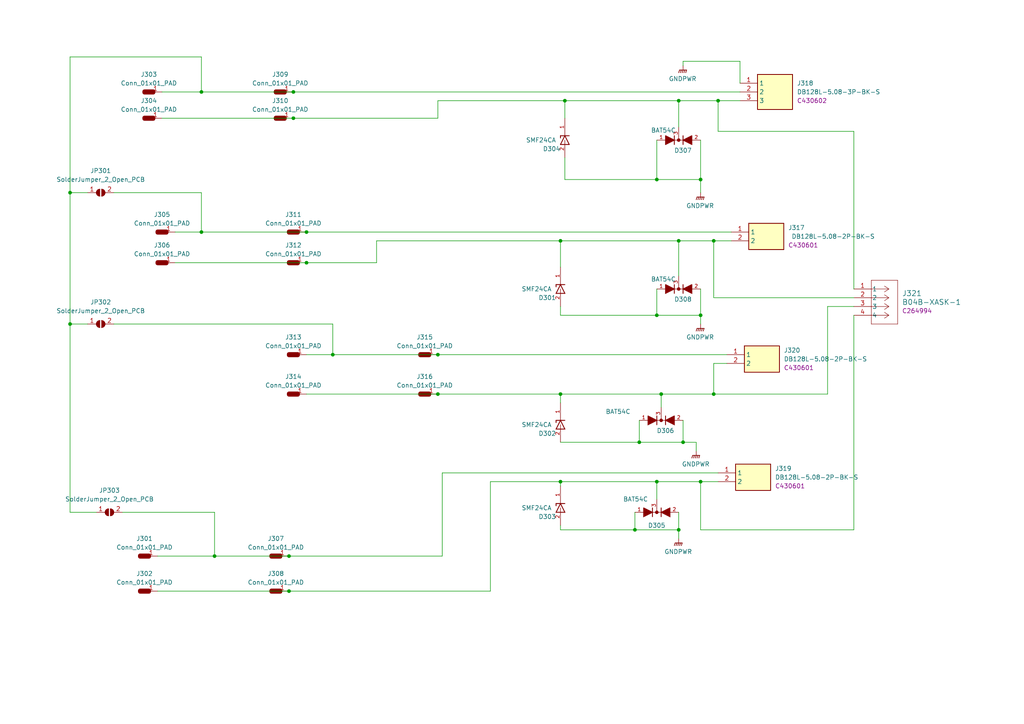
<source format=kicad_sch>
(kicad_sch (version 20230121) (generator eeschema)
  (paper "A4")
  (lib_symbols
    (symbol "PCB_Library:1729128"
      (property "Reference" "J" (at 16.51 7.62 0))
      (property "Value" "XY128V-A-5.08-2P" (at 16.51 5.08 0))
      (property "LCSC" "C557665" (at 8.89 6.35 0))
      (symbol "1729128_1_1"
        (rectangle (start 5.08 2.54) (end 15.24 -5.08) (stroke (width 0.254)) (fill (type background)))
        (pin passive line (at 0 0 0) (length 5.08) (name "1") (number "1"))
        (pin passive line (at 0 -2.54 0) (length 5.08) (name "2") (number "2"))
      )
    )
    (symbol "PCB_Library:B04B-XASK-1" (pin_names (offset 0.254))
      (property "Reference" "J" (at 8.89 6.35 0))
      (property "Value" "B04B-XASK-1" (at 2.54 10.16 0))
      (property "LCSC" "C264994" (at -5.08 3.81 0))
      (symbol "B04B-XASK-1_1_1"
        (polyline (pts (xy 5.08 -10.16) (xy 12.7 -10.16)) (stroke (width 0.127)))
        (polyline (pts (xy 5.08 2.54) (xy 5.08 -10.16)) (stroke (width 0.127)))
        (polyline (pts (xy 10.16 -7.62) (xy 5.08 -7.62)) (stroke (width 0.127)))
        (polyline (pts (xy 10.16 -7.62) (xy 8.89 -8.4667)) (stroke (width 0.127)))
        (polyline (pts (xy 10.16 -7.62) (xy 8.89 -6.7733)) (stroke (width 0.127)))
        (polyline (pts (xy 10.16 -5.08) (xy 5.08 -5.08)) (stroke (width 0.127)))
        (polyline (pts (xy 10.16 -5.08) (xy 8.89 -5.9267)) (stroke (width 0.127)))
        (polyline (pts (xy 10.16 -5.08) (xy 8.89 -4.2333)) (stroke (width 0.127)))
        (polyline (pts (xy 10.16 -2.54) (xy 5.08 -2.54)) (stroke (width 0.127)))
        (polyline (pts (xy 10.16 -2.54) (xy 8.89 -3.3867)) (stroke (width 0.127)))
        (polyline (pts (xy 10.16 -2.54) (xy 8.89 -1.6933)) (stroke (width 0.127)))
        (polyline (pts (xy 10.16 0) (xy 5.08 0)) (stroke (width 0.127)))
        (polyline (pts (xy 10.16 0) (xy 8.89 -0.8467)) (stroke (width 0.127)))
        (polyline (pts (xy 10.16 0) (xy 8.89 0.8467)) (stroke (width 0.127)))
        (polyline (pts (xy 12.7 -10.16) (xy 12.7 2.54)) (stroke (width 0.127)))
        (polyline (pts (xy 12.7 2.54) (xy 5.08 2.54)) (stroke (width 0.127)))
        (pin unspecified line (at 0 0 0) (length 5.08) (name "1") (number "1"))
        (pin unspecified line (at 0 -2.54 0) (length 5.08) (name "2") (number "2"))
        (pin unspecified line (at 0 -5.08 0) (length 5.08) (name "3") (number "3"))
        (pin unspecified line (at 0 -7.62 0) (length 5.08) (name "4") (number "4"))
      )
      (symbol "B04B-XASK-1_1_2"
        (polyline (pts (xy 5.08 -10.16) (xy 12.7 -10.16)) (stroke (width 0.127)))
        (polyline (pts (xy 5.08 2.54) (xy 5.08 -10.16)) (stroke (width 0.127)))
        (polyline (pts (xy 7.62 -7.62) (xy 5.08 -7.62)) (stroke (width 0.127)))
        (polyline (pts (xy 7.62 -7.62) (xy 8.89 -8.4667)) (stroke (width 0.127)))
        (polyline (pts (xy 7.62 -7.62) (xy 8.89 -6.7733)) (stroke (width 0.127)))
        (polyline (pts (xy 7.62 -5.08) (xy 5.08 -5.08)) (stroke (width 0.127)))
        (polyline (pts (xy 7.62 -5.08) (xy 8.89 -5.9267)) (stroke (width 0.127)))
        (polyline (pts (xy 7.62 -5.08) (xy 8.89 -4.2333)) (stroke (width 0.127)))
        (polyline (pts (xy 7.62 -2.54) (xy 5.08 -2.54)) (stroke (width 0.127)))
        (polyline (pts (xy 7.62 -2.54) (xy 8.89 -3.3867)) (stroke (width 0.127)))
        (polyline (pts (xy 7.62 -2.54) (xy 8.89 -1.6933)) (stroke (width 0.127)))
        (polyline (pts (xy 7.62 0) (xy 5.08 0)) (stroke (width 0.127)))
        (polyline (pts (xy 7.62 0) (xy 8.89 -0.8467)) (stroke (width 0.127)))
        (polyline (pts (xy 7.62 0) (xy 8.89 0.8467)) (stroke (width 0.127)))
        (polyline (pts (xy 12.7 -10.16) (xy 12.7 2.54)) (stroke (width 0.127)))
        (polyline (pts (xy 12.7 2.54) (xy 5.08 2.54)) (stroke (width 0.127)))
        (pin unspecified line (at 0 0 0) (length 5.08) (name "1") (number "1"))
        (pin unspecified line (at 0 -2.54 0) (length 5.08) (name "2") (number "2"))
        (pin unspecified line (at 0 -5.08 0) (length 5.08) (name "3") (number "3"))
        (pin unspecified line (at 0 -7.62 0) (length 5.08) (name "4") (number "4"))
      )
    )
    (symbol "PCB_Library:BAT54C" (pin_names (offset 1.016))
      (property "Reference" "D" (at 6.35 5.08 0))
      (property "Value" "BAT54C" (at 5.08 -5.08 0))
      (symbol "BAT54C_0_0"
        (polyline (pts (xy -1.27 -1.27) (xy 1.27 -1.27)) (stroke (width 0.254)))
        (polyline (pts (xy 0 1.27) (xy -1.27 1.27)) (stroke (width 0.254)))
        (polyline (pts (xy 0 1.27) (xy 0 -1.27)) (stroke (width 0.1524)))
        (polyline (pts (xy 1.27 1.27) (xy 0 1.27)) (stroke (width 0.254)))
        (polyline (pts (xy -1.27 -3.81) (xy 0 -1.27) (xy 1.27 -3.81) (xy -1.27 -3.81)) (stroke (width 0.254)) (fill (type outline)))
        (polyline (pts (xy -1.27 3.81) (xy 1.27 3.81) (xy 0 1.27) (xy -1.27 3.81)) (stroke (width 0.254)) (fill (type outline)))
        (circle (center 0 0) (radius 0.254) (stroke (width 0.508)))
        (pin passive line (at 0 6.35 270) (length 2.54) (name "~") (number "1"))
        (pin passive line (at 0 -6.35 90) (length 2.54) (name "~") (number "2"))
        (pin passive line (at 3.81 0 180) (length 3.54) (name "~") (number "3"))
      )
    )
    (symbol "PCB_Library:Conn_01x01_PAD" (pin_names (offset 1.016) hide)
      (property "Reference" "J" (at 0 2.54 0))
      (property "Value" "Conn_01x01_PAD" (at 1.27 -3.81 0))
      (symbol "Conn_01x01_PAD_1_1"
        (polyline (pts (xy 1.27 0) (xy 0.8636 0)) (stroke (width 0.1524)))
        (rectangle (start 0 0.127) (end 2.54 -0.127) (stroke (width 1.2192)) (fill (type outline)))
        (pin passive line (at 5.08 0 180) (length 3.81) (name "Pin_1") (number "1"))
      )
    )
    (symbol "PCB_Library:SMBJ24A" (pin_names (offset 1.016))
      (property "Reference" "D" (at -5.0835 2.4159 0))
      (property "Value" "SMBJ24A" (at -5.0854 -4.9611 0))
      (symbol "SMBJ24A_0_0"
        (polyline (pts (xy -1.27 -1.27) (xy -1.27 0)) (stroke (width 0.254)))
        (polyline (pts (xy -1.27 0) (xy -1.27 1.27)) (stroke (width 0.254)))
        (polyline (pts (xy -1.27 0) (xy 1.27 -1.27)) (stroke (width 0.254)))
        (polyline (pts (xy -0.635 -1.27) (xy -1.27 -1.27)) (stroke (width 0.254)))
        (polyline (pts (xy 1.27 -1.27) (xy 1.27 1.27)) (stroke (width 0.254)))
        (polyline (pts (xy 1.27 1.27) (xy -1.27 0)) (stroke (width 0.254)))
      )
      (symbol "SMBJ24A_1_0"
        (pin passive line (at -6.35 0 0) (length 5.08) (name "~") (number "1"))
        (pin passive line (at 5.08 0 180) (length 5.08) (name "~") (number "2"))
      )
    )
    (symbol "PCB_Library:SolderJumper_2_Open" (pin_names (offset 0) hide)
      (property "Reference" "JP" (at 0 2.032 0))
      (property "Value" "SolderJumper_2_Open_PCB" (at 0 -2.54 0))
      (symbol "SolderJumper_2_Open_0_1"
        (arc (start -0.254 1.016) (mid -1.2656 0) (end -0.254 -1.016))
        (arc (start -0.254 1.016) (mid -1.2656 0) (end -0.254 -1.016) (fill (type outline)))
        (polyline (pts (xy -0.254 1.016) (xy -0.254 -1.016)))
        (polyline (pts (xy 0.254 1.016) (xy 0.254 -1.016)))
        (arc (start 0.254 -1.016) (mid 1.2656 0) (end 0.254 1.016))
        (arc (start 0.254 -1.016) (mid 1.2656 0) (end 0.254 1.016) (fill (type outline)))
      )
      (symbol "SolderJumper_2_Open_1_1"
        (pin passive line (at -3.81 0 0) (length 2.54) (name "A") (number "1"))
        (pin passive line (at 3.81 0 180) (length 2.54) (name "B") (number "2"))
      )
    )
    (symbol "PCB_Library:XY128V-A-5.08-3P"
      (property "Reference" "J" (at 16.51 7.62 0))
      (property "Value" "XY128V-A-5.08-3P" (at 16.51 5.08 0))
      (property "LCSC" "C557666" (at 8.89 6.35 0))
      (symbol "XY128V-A-5.08-3P_1_1"
        (rectangle (start 5.08 2.54) (end 15.24 -7.62) (stroke (width 0.254)) (fill (type background)))
        (pin passive line (at 0 0 0) (length 5.08) (name "1") (number "1"))
        (pin passive line (at 0 -2.54 0) (length 5.08) (name "2") (number "2"))
        (pin passive line (at 0 -5.08 0) (length 5.08) (name "3") (number "3"))
      )
    )
    (symbol "power:GNDPWR" (power) (pin_names (offset 0))
      (property "Value" "GNDPWR" (at 0 -3.302 0))
      (symbol "GNDPWR_0_1"
        (polyline (pts (xy 0 -1.27) (xy 0 0)))
        (polyline (pts (xy -1.016 -1.27) (xy -1.27 -2.032) (xy -1.27 -2.032)) (stroke (width 0.2032)))
        (polyline (pts (xy -0.508 -1.27) (xy -0.762 -2.032) (xy -0.762 -2.032)) (stroke (width 0.2032)))
        (polyline (pts (xy 0 -1.27) (xy -0.254 -2.032) (xy -0.254 -2.032)) (stroke (width 0.2032)))
        (polyline (pts (xy 0.508 -1.27) (xy 0.254 -2.032) (xy 0.254 -2.032)) (stroke (width 0.2032)))
        (polyline (pts (xy 1.016 -1.27) (xy -1.016 -1.27) (xy -1.016 -1.27)) (stroke (width 0.2032)))
        (polyline (pts (xy 1.016 -1.27) (xy 0.762 -2.032) (xy 0.762 -2.032) (xy 0.762 -2.032)) (stroke (width 0.2032)))
      )
      (symbol "GNDPWR_1_1"
        (pin power_in line (at 0 0 270) (length 0) hide (name "GNDPWR") (number "1"))
      )
    )
  )
  (junction (at 96.52 102.87))
  (junction (at 162.56 114.3))
  (junction (at 20.32 55.88))
  (junction (at 203.2 52.07))
  (junction (at 83.82 171.45))
  (junction (at 196.85 153.67))
  (junction (at 208.28 29.21))
  (junction (at 190.5 139.7))
  (junction (at 62.23 161.29))
  (junction (at 85.09 26.67))
  (junction (at 190.5 91.44))
  (junction (at 198.12 128.27))
  (junction (at 58.42 26.67))
  (junction (at 191.77 114.3))
  (junction (at 85.09 34.29))
  (junction (at 20.32 93.98))
  (junction (at 88.9 76.2))
  (junction (at 58.42 67.31))
  (junction (at 196.85 69.85))
  (junction (at 83.82 161.29))
  (junction (at 203.2 139.7))
  (junction (at 162.56 69.85))
  (junction (at 88.9 67.31))
  (junction (at 207.01 114.3))
  (junction (at 196.85 29.21))
  (junction (at 127 102.87))
  (junction (at 190.5 52.07))
  (junction (at 185.42 128.27))
  (junction (at 162.56 139.7))
  (junction (at 203.2 91.44))
  (junction (at 127 114.3))
  (junction (at 207.01 69.85))
  (junction (at 184.15 153.67))
  (junction (at 163.83 29.21))
  (wire (pts (xy 162.56 152.4) (xy 162.56 153.67)))
  (wire (pts (xy 185.42 128.27) (xy 198.12 128.27)))
  (wire (pts (xy 190.5 139.7) (xy 203.2 139.7)))
  (wire (pts (xy 203.2 55.88) (xy 203.2 52.07)))
  (wire (pts (xy 88.9 114.3) (xy 127 114.3)))
  (wire (pts (xy 162.56 91.44) (xy 190.5 91.44)))
  (wire (pts (xy 96.52 93.98) (xy 96.52 102.87)))
  (wire (pts (xy 203.2 139.7) (xy 203.2 153.67)))
  (wire (pts (xy 247.65 153.67) (xy 247.65 91.44)))
  (wire (pts (xy 198.12 17.78) (xy 198.12 19.05)))
  (wire (pts (xy 190.5 40.64) (xy 190.5 52.07)))
  (wire (pts (xy 247.65 86.36) (xy 207.01 86.36)))
  (wire (pts (xy 58.42 67.31) (xy 88.9 67.31)))
  (wire (pts (xy 88.9 102.87) (xy 96.52 102.87)))
  (wire (pts (xy 128.27 161.29) (xy 128.27 137.16)))
  (wire (pts (xy 163.83 45.72) (xy 163.83 52.07)))
  (wire (pts (xy 196.85 156.21) (xy 196.85 153.67)))
  (wire (pts (xy 203.2 83.82) (xy 203.2 91.44)))
  (wire (pts (xy 85.09 34.29) (xy 127 34.29)))
  (wire (pts (xy 190.5 52.07) (xy 203.2 52.07)))
  (wire (pts (xy 58.42 55.88) (xy 58.42 67.31)))
  (wire (pts (xy 162.56 114.3) (xy 191.77 114.3)))
  (wire (pts (xy 162.56 69.85) (xy 162.56 77.47)))
  (wire (pts (xy 88.9 67.31) (xy 212.09 67.31)))
  (wire (pts (xy 109.22 69.85) (xy 162.56 69.85)))
  (wire (pts (xy 196.85 69.85) (xy 196.85 80.01)))
  (wire (pts (xy 162.56 91.44) (xy 162.56 88.9)))
  (wire (pts (xy 45.72 161.29) (xy 62.23 161.29)))
  (wire (pts (xy 203.2 40.64) (xy 203.2 52.07)))
  (wire (pts (xy 191.77 114.3) (xy 191.77 118.11)))
  (wire (pts (xy 162.56 128.27) (xy 185.42 128.27)))
  (wire (pts (xy 207.01 105.41) (xy 207.01 114.3)))
  (wire (pts (xy 208.28 29.21) (xy 208.28 38.1)))
  (wire (pts (xy 184.15 148.59) (xy 184.15 153.67)))
  (wire (pts (xy 58.42 26.67) (xy 85.09 26.67)))
  (wire (pts (xy 20.32 16.51) (xy 58.42 16.51)))
  (wire (pts (xy 27.94 148.59) (xy 20.32 148.59)))
  (wire (pts (xy 191.77 114.3) (xy 207.01 114.3)))
  (wire (pts (xy 198.12 121.92) (xy 198.12 128.27)))
  (wire (pts (xy 127 29.21) (xy 127 34.29)))
  (wire (pts (xy 198.12 17.78) (xy 214.63 17.78)))
  (wire (pts (xy 162.56 114.3) (xy 162.56 116.84)))
  (wire (pts (xy 58.42 16.51) (xy 58.42 26.67)))
  (wire (pts (xy 208.28 29.21) (xy 214.63 29.21)))
  (wire (pts (xy 46.99 26.67) (xy 58.42 26.67)))
  (wire (pts (xy 20.32 148.59) (xy 20.32 93.98)))
  (wire (pts (xy 96.52 102.87) (xy 127 102.87)))
  (wire (pts (xy 128.27 137.16) (xy 208.28 137.16)))
  (wire (pts (xy 163.83 29.21) (xy 163.83 34.29)))
  (wire (pts (xy 196.85 29.21) (xy 208.28 29.21)))
  (wire (pts (xy 190.5 139.7) (xy 190.5 144.78)))
  (wire (pts (xy 142.24 139.7) (xy 162.56 139.7)))
  (wire (pts (xy 33.02 93.98) (xy 96.52 93.98)))
  (wire (pts (xy 142.24 171.45) (xy 83.82 171.45)))
  (wire (pts (xy 190.5 83.82) (xy 190.5 91.44)))
  (wire (pts (xy 203.2 153.67) (xy 247.65 153.67)))
  (wire (pts (xy 127 114.3) (xy 162.56 114.3)))
  (wire (pts (xy 163.83 52.07) (xy 190.5 52.07)))
  (wire (pts (xy 83.82 161.29) (xy 128.27 161.29)))
  (wire (pts (xy 62.23 148.59) (xy 62.23 161.29)))
  (wire (pts (xy 33.02 55.88) (xy 58.42 55.88)))
  (wire (pts (xy 201.93 128.27) (xy 198.12 128.27)))
  (wire (pts (xy 208.28 38.1) (xy 247.65 38.1)))
  (wire (pts (xy 50.8 67.31) (xy 58.42 67.31)))
  (wire (pts (xy 203.2 93.98) (xy 203.2 91.44)))
  (wire (pts (xy 184.15 153.67) (xy 196.85 153.67)))
  (wire (pts (xy 196.85 29.21) (xy 196.85 36.83)))
  (wire (pts (xy 162.56 139.7) (xy 190.5 139.7)))
  (wire (pts (xy 88.9 76.2) (xy 109.22 76.2)))
  (wire (pts (xy 127 29.21) (xy 163.83 29.21)))
  (wire (pts (xy 50.8 76.2) (xy 88.9 76.2)))
  (wire (pts (xy 207.01 86.36) (xy 207.01 69.85)))
  (wire (pts (xy 240.03 88.9) (xy 247.65 88.9)))
  (wire (pts (xy 62.23 161.29) (xy 83.82 161.29)))
  (wire (pts (xy 201.93 130.81) (xy 201.93 128.27)))
  (wire (pts (xy 207.01 69.85) (xy 212.09 69.85)))
  (wire (pts (xy 142.24 139.7) (xy 142.24 171.45)))
  (wire (pts (xy 196.85 148.59) (xy 196.85 153.67)))
  (wire (pts (xy 207.01 105.41) (xy 210.82 105.41)))
  (wire (pts (xy 25.4 55.88) (xy 20.32 55.88)))
  (wire (pts (xy 85.09 26.67) (xy 214.63 26.67)))
  (wire (pts (xy 20.32 93.98) (xy 25.4 93.98)))
  (wire (pts (xy 162.56 139.7) (xy 162.56 140.97)))
  (wire (pts (xy 247.65 38.1) (xy 247.65 83.82)))
  (wire (pts (xy 214.63 17.78) (xy 214.63 24.13)))
  (wire (pts (xy 45.72 171.45) (xy 83.82 171.45)))
  (wire (pts (xy 196.85 69.85) (xy 207.01 69.85)))
  (wire (pts (xy 20.32 55.88) (xy 20.32 93.98)))
  (wire (pts (xy 207.01 114.3) (xy 240.03 114.3)))
  (wire (pts (xy 127 102.87) (xy 210.82 102.87)))
  (wire (pts (xy 20.32 16.51) (xy 20.32 55.88)))
  (wire (pts (xy 208.28 139.7) (xy 203.2 139.7)))
  (wire (pts (xy 162.56 69.85) (xy 196.85 69.85)))
  (wire (pts (xy 163.83 29.21) (xy 196.85 29.21)))
  (wire (pts (xy 35.56 148.59) (xy 62.23 148.59)))
  (wire (pts (xy 46.99 34.29) (xy 85.09 34.29)))
  (wire (pts (xy 162.56 153.67) (xy 184.15 153.67)))
  (wire (pts (xy 190.5 91.44) (xy 203.2 91.44)))
  (wire (pts (xy 185.42 121.92) (xy 185.42 128.27)))
  (wire (pts (xy 109.22 69.85) (xy 109.22 76.2)))
  (wire (pts (xy 240.03 114.3) (xy 240.03 88.9)))
  (symbol (lib_id "PCB_Library:Conn_01x01_PAD") (at 40.64 171.45 0) (unit 1)
    (property "Reference" "J302" (at 41.91 166.37 0))
    (property "Value" "Conn_01x01_PAD" (at 41.91 168.91 0))
    (property "Footprint" "PCB_Library:Conn_pin_PLC" (effects hide))
  )
  (symbol (lib_id "PCB_Library:Conn_01x01_PAD") (at 121.92 102.87 0) (unit 1)
    (property "Reference" "J315" (at 123.19 97.79 0))
    (property "Value" "Conn_01x01_PAD" (at 123.19 100.33 0))
    (property "Footprint" "PCB_Library:Conn_pin_PLC" (effects hide))
  )
  (symbol (lib_id "PCB_Library:XY128V-A-5.08-3P") (at 214.63 24.13 0) (unit 1)
    (property "Reference" "J318" (at 231.14 24.13 0) (effects (justify left)))
    (property "Value" "DB128L-5.08-3P-BK-S" (at 231.14 26.67 0) (effects (justify left)))
    (property "Footprint" "PCB_Library:XY128V-A-5.08-3P" (effects hide))
    (property "Datasheet" "https://jlcpcb.com/partdetail/581029-XY128V_A_5_083P/C557666" (effects hide))
    (property "Height" "10.15" (effects hide))
    (property "LCSC" "C430602" (at 231.14 29.21 0) (effects (justify left)))
  )
  (symbol (lib_id "PCB_Library:Conn_01x01_PAD") (at 121.92 114.3 0) (unit 1)
    (property "Reference" "J316" (at 123.19 109.22 0))
    (property "Value" "Conn_01x01_PAD" (at 123.19 111.76 0))
    (property "Footprint" "PCB_Library:Conn_pin_PLC" (effects hide))
  )
  (symbol (lib_id "PCB_Library:Conn_01x01_PAD") (at 41.91 26.67 0) (unit 1)
    (property "Reference" "J303" (at 43.18 21.59 0))
    (property "Value" "Conn_01x01_PAD" (at 43.18 24.13 0))
    (property "Footprint" "PCB_Library:Conn_pin_PLC" (effects hide))
  )
  (symbol (lib_id "power:GNDPWR") (at 203.2 93.98 0) (unit 1)
    (property "Reference" "#PWR0305" (effects hide))
    (property "Value" "GNDPWR" (at 203.073 97.79 0))
  )
  (symbol (lib_id "PCB_Library:Conn_01x01_PAD") (at 80.01 34.29 0) (unit 1)
    (property "Reference" "J310" (at 81.28 29.21 0))
    (property "Value" "Conn_01x01_PAD" (at 81.28 31.75 0))
    (property "Footprint" "PCB_Library:Conn_pin_PLC" (effects hide))
  )
  (symbol (lib_id "PCB_Library:Conn_01x01_PAD") (at 80.01 26.67 0) (unit 1)
    (property "Reference" "J309" (at 81.28 21.59 0))
    (property "Value" "Conn_01x01_PAD" (at 81.28 24.13 0))
    (property "Footprint" "PCB_Library:Conn_pin_PLC" (effects hide))
  )
  (symbol (lib_id "PCB_Library:BAT54C") (at 196.85 40.64 90) (unit 1)
    (property "Reference" "D307" (at 200.66 43.6372 90) (effects (justify left)))
    (property "Value" "BAT54C" (at 196.0372 37.7952 90) (effects (justify left)))
    (property "Footprint" "Package_TO_SOT_SMD:SOT-23" (effects hide))
    (property "Datasheet" "https://datasheet.lcsc.com/lcsc/1811141223_Nexperia-BAT54C-215_C37704.pdf" (effects hide))
    (property "LCSC" "C37704" (effects hide))
    (property "MAX_TEMP" "150 C" (effects hide))
  )
  (symbol (lib_id "PCB_Library:Conn_01x01_PAD") (at 45.72 76.2 0) (unit 1)
    (property "Reference" "J306" (at 46.99 71.12 0))
    (property "Value" "Conn_01x01_PAD" (at 46.99 73.66 0))
    (property "Footprint" "PCB_Library:Conn_pin_PLC" (effects hide))
  )
  (symbol (lib_id "PCB_Library:BAT54C") (at 191.77 121.92 90) (unit 1)
    (property "Reference" "D306" (at 195.58 124.9172 90) (effects (justify left)))
    (property "Value" "BAT54C" (at 182.88 119.38 90) (effects (justify left)))
    (property "Footprint" "Package_TO_SOT_SMD:SOT-23" (effects hide))
    (property "Datasheet" "https://datasheet.lcsc.com/lcsc/1811141223_Nexperia-BAT54C-215_C37704.pdf" (effects hide))
    (property "LCSC" "C37704" (effects hide))
    (property "MAX_TEMP" "150 C" (effects hide))
  )
  (symbol (lib_id "PCB_Library:Conn_01x01_PAD") (at 40.64 161.29 0) (unit 1)
    (property "Reference" "J301" (at 41.91 156.21 0))
    (property "Value" "Conn_01x01_PAD" (at 41.91 158.75 0))
    (property "Footprint" "PCB_Library:Conn_pin_PLC" (effects hide))
  )
  (symbol (lib_id "PCB_Library:SMBJ24A") (at 162.56 147.32 270) (unit 1)
    (property "Reference" "D303" (at 161.29 149.86 90) (effects (justify right)))
    (property "Value" "SMF24CA" (at 160.02 147.32 90) (effects (justify right)))
    (property "Footprint" "Diode_SMD:D_SOD-123F" (effects hide))
    (property "Datasheet" "https://jlcpcb.com/partdetail/Hongjiacheng-SMF24CA/C19077515" (effects hide))
    (property "MAXIMUM_PACKAGE_HEIGHT" "2.65 mm" (effects hide))
    (property "MANUFACTURER" "hongjiacheng" (effects hide))
    (property "STANDARD" "IPC-7351B" (effects hide))
    (property "LCSC" "C19077515" (effects hide))
  )
  (symbol (lib_id "PCB_Library:Conn_01x01_PAD") (at 45.72 67.31 0) (unit 1)
    (property "Reference" "J305" (at 46.99 62.23 0))
    (property "Value" "Conn_01x01_PAD" (at 46.99 64.77 0))
    (property "Footprint" "PCB_Library:Conn_pin_PLC" (effects hide))
  )
  (symbol (lib_id "PCB_Library:SMBJ24A") (at 162.56 83.82 270) (unit 1)
    (property "Reference" "D301" (at 161.29 86.36 90) (effects (justify right)))
    (property "Value" "SMF24CA" (at 160.02 83.82 90) (effects (justify right)))
    (property "Footprint" "Diode_SMD:D_SOD-123F" (effects hide))
    (property "Datasheet" "https://jlcpcb.com/partdetail/Hongjiacheng-SMF24CA/C19077515" (effects hide))
    (property "MAXIMUM_PACKAGE_HEIGHT" "2.65 mm" (effects hide))
    (property "MANUFACTURER" "hongjiacheng" (effects hide))
    (property "STANDARD" "IPC-7351B" (effects hide))
    (property "LCSC" "C19077515" (effects hide))
  )
  (symbol (lib_id "PCB_Library:1729128") (at 210.82 102.87 0) (unit 1)
    (property "Reference" "J320" (at 227.33 101.6 0) (effects (justify left)))
    (property "Value" "DB128L-5.08-2P-BK-S" (at 227.33 104.14 0) (effects (justify left)))
    (property "Footprint" "PCB_Library:1729128" (effects hide))
    (property "Datasheet" "https://jlcpcb.com/partdetail/581028-XY128V_A_5_082P/C557665" (effects hide))
    (property "Height" "10.15" (effects hide))
    (property "Mouser Part Number" "651-1729128" (effects hide))
    (property "LCSC" "C430601" (at 227.33 106.68 0) (effects (justify left)))
  )
  (symbol (lib_id "PCB_Library:Conn_01x01_PAD") (at 83.82 76.2 0) (unit 1)
    (property "Reference" "J312" (at 85.09 71.12 0))
    (property "Value" "Conn_01x01_PAD" (at 85.09 73.66 0))
    (property "Footprint" "PCB_Library:Conn_pin_PLC" (effects hide))
  )
  (symbol (lib_id "PCB_Library:Conn_01x01_PAD") (at 78.74 161.29 0) (unit 1)
    (property "Reference" "J307" (at 80.01 156.21 0))
    (property "Value" "Conn_01x01_PAD" (at 80.01 158.75 0))
    (property "Footprint" "PCB_Library:Conn_pin_PLC" (effects hide))
  )
  (symbol (lib_id "PCB_Library:B04B-XASK-1") (at 247.65 83.82 0) (unit 1)
    (property "Reference" "J321" (at 261.62 85.09 0) (effects (font (size 1.524 1.524)) (justify left)))
    (property "Value" "B04B-XASK-1" (at 261.62 87.63 0) (effects (font (size 1.524 1.524)) (justify left)))
    (property "Footprint" "PCB_Library:CONN_B04B-XASK-1_JST" (effects hide))
    (property "Datasheet" "B04B-XASK-1" (effects hide))
    (property "LCSC" "C264994" (at 261.62 90.17 0) (effects (justify left)))
  )
  (symbol (lib_id "PCB_Library:SolderJumper_2_Open") (at 29.21 93.98 0) (unit 1)
    (property "Reference" "JP302" (at 29.21 87.63 0))
    (property "Value" "SolderJumper_2_Open_PCB" (at 29.21 90.17 0))
    (property "Footprint" "PCB_Library:SolderJumper-2_P2.6mm_Open_RoundedPad2.0x3mm" (effects hide))
  )
  (symbol (lib_id "power:GNDPWR") (at 201.93 130.81 0) (unit 1)
    (property "Reference" "#PWR0303" (effects hide))
    (property "Value" "GNDPWR" (at 201.803 134.62 0))
  )
  (symbol (lib_id "PCB_Library:SolderJumper_2_Open") (at 29.21 55.88 0) (unit 1)
    (property "Reference" "JP301" (at 29.21 49.53 0))
    (property "Value" "SolderJumper_2_Open_PCB" (at 29.21 52.07 0))
    (property "Footprint" "PCB_Library:SolderJumper-2_P2.6mm_Open_RoundedPad2.0x3mm" (effects hide))
  )
  (symbol (lib_id "PCB_Library:1729128") (at 208.28 137.16 0) (unit 1)
    (property "Reference" "J319" (at 224.79 135.89 0) (effects (justify left)))
    (property "Value" "DB128L-5.08-2P-BK-S" (at 224.79 138.43 0) (effects (justify left)))
    (property "Footprint" "PCB_Library:1729128" (effects hide))
    (property "Datasheet" "https://jlcpcb.com/partdetail/581028-XY128V_A_5_082P/C557665" (effects hide))
    (property "Height" "10.15" (effects hide))
    (property "Mouser Part Number" "651-1729128" (effects hide))
    (property "LCSC" "C430601" (at 224.79 140.97 0) (effects (justify left)))
  )
  (symbol (lib_id "power:GNDPWR") (at 203.2 55.88 0) (unit 1)
    (property "Reference" "#PWR0304" (effects hide))
    (property "Value" "GNDPWR" (at 203.073 59.69 0))
  )
  (symbol (lib_id "PCB_Library:SolderJumper_2_Open") (at 31.75 148.59 0) (unit 1)
    (property "Reference" "JP303" (at 31.75 142.24 0))
    (property "Value" "SolderJumper_2_Open_PCB" (at 31.75 144.78 0))
    (property "Footprint" "PCB_Library:SolderJumper-2_P2.6mm_Open_RoundedPad2.0x3mm" (effects hide))
  )
  (symbol (lib_id "PCB_Library:1729128") (at 212.09 67.31 0) (unit 1)
    (property "Reference" "J317" (at 228.6 66.04 0) (effects (justify left)))
    (property "Value" " DB128L-5.08-2P-BK-S" (at 228.6 68.58 0) (effects (justify left)))
    (property "Footprint" "PCB_Library:1729128" (effects hide))
    (property "Datasheet" "https://jlcpcb.com/partdetail/581028-XY128V_A_5_082P/C557665" (effects hide))
    (property "Height" "10.15" (effects hide))
    (property "Mouser Part Number" "651-1729128" (effects hide))
    (property "LCSC" "C430601" (at 228.6 71.12 0) (effects (justify left)))
  )
  (symbol (lib_id "power:GNDPWR") (at 198.12 19.05 0) (unit 1)
    (property "Reference" "#PWR0302" (effects hide))
    (property "Value" "GNDPWR" (at 197.993 22.86 0))
  )
  (symbol (lib_id "PCB_Library:SMBJ24A") (at 162.56 123.19 270) (unit 1)
    (property "Reference" "D302" (at 161.29 125.73 90) (effects (justify right)))
    (property "Value" "SMF24CA" (at 160.02 123.19 90) (effects (justify right)))
    (property "Footprint" "Diode_SMD:D_SOD-123F" (effects hide))
    (property "Datasheet" "https://jlcpcb.com/partdetail/Hongjiacheng-SMF24CA/C19077515" (effects hide))
    (property "MAXIMUM_PACKAGE_HEIGHT" "2.65 mm" (effects hide))
    (property "MANUFACTURER" "hongjiacheng" (effects hide))
    (property "STANDARD" "IPC-7351B" (effects hide))
    (property "LCSC" "C19077515" (effects hide))
  )
  (symbol (lib_id "PCB_Library:Conn_01x01_PAD") (at 83.82 67.31 0) (unit 1)
    (property "Reference" "J311" (at 85.09 62.23 0))
    (property "Value" "Conn_01x01_PAD" (at 85.09 64.77 0))
    (property "Footprint" "PCB_Library:Conn_pin_PLC" (effects hide))
  )
  (symbol (lib_id "PCB_Library:SMBJ24A") (at 163.83 40.64 270) (unit 1)
    (property "Reference" "D304" (at 162.56 43.18 90) (effects (justify right)))
    (property "Value" "SMF24CA" (at 161.29 40.64 90) (effects (justify right)))
    (property "Footprint" "Diode_SMD:D_SOD-123F" (effects hide))
    (property "Datasheet" "https://jlcpcb.com/partdetail/Hongjiacheng-SMF24CA/C19077515" (effects hide))
    (property "MAXIMUM_PACKAGE_HEIGHT" "2.65 mm" (effects hide))
    (property "MANUFACTURER" "hongjiacheng" (effects hide))
    (property "STANDARD" "IPC-7351B" (effects hide))
    (property "LCSC" "C19077515" (effects hide))
  )
  (symbol (lib_id "power:GNDPWR") (at 196.85 156.21 0) (unit 1)
    (property "Reference" "#PWR0301" (effects hide))
    (property "Value" "GNDPWR" (at 196.723 160.02 0))
  )
  (symbol (lib_id "PCB_Library:Conn_01x01_PAD") (at 78.74 171.45 0) (unit 1)
    (property "Reference" "J308" (at 80.01 166.37 0))
    (property "Value" "Conn_01x01_PAD" (at 80.01 168.91 0))
    (property "Footprint" "PCB_Library:Conn_pin_PLC" (effects hide))
  )
  (symbol (lib_id "PCB_Library:Conn_01x01_PAD") (at 41.91 34.29 0) (unit 1)
    (property "Reference" "J304" (at 43.18 29.21 0))
    (property "Value" "Conn_01x01_PAD" (at 43.18 31.75 0))
    (property "Footprint" "PCB_Library:Conn_pin_PLC" (effects hide))
  )
  (symbol (lib_id "PCB_Library:Conn_01x01_PAD") (at 83.82 114.3 0) (unit 1)
    (property "Reference" "J314" (at 85.09 109.22 0))
    (property "Value" "Conn_01x01_PAD" (at 85.09 111.76 0))
    (property "Footprint" "PCB_Library:Conn_pin_PLC" (effects hide))
  )
  (symbol (lib_id "PCB_Library:BAT54C") (at 196.85 83.82 90) (unit 1)
    (property "Reference" "D308" (at 200.66 86.8172 90) (effects (justify left)))
    (property "Value" "BAT54C" (at 196.0372 80.9752 90) (effects (justify left)))
    (property "Footprint" "Package_TO_SOT_SMD:SOT-23" (effects hide))
    (property "Datasheet" "https://datasheet.lcsc.com/lcsc/1811141223_Nexperia-BAT54C-215_C37704.pdf" (effects hide))
    (property "LCSC" "C37704" (effects hide))
    (property "MAX_TEMP" "150 C" (effects hide))
  )
  (symbol (lib_id "PCB_Library:Conn_01x01_PAD") (at 83.82 102.87 0) (unit 1)
    (property "Reference" "J313" (at 85.09 97.79 0))
    (property "Value" "Conn_01x01_PAD" (at 85.09 100.33 0))
    (property "Footprint" "PCB_Library:Conn_pin_PLC" (effects hide))
  )
  (symbol (lib_id "PCB_Library:BAT54C") (at 190.5 148.59 90) (unit 1)
    (property "Reference" "D305" (at 193.04 152.4 90) (effects (justify left)))
    (property "Value" "BAT54C" (at 187.96 144.78 90) (effects (justify left)))
    (property "Footprint" "Package_TO_SOT_SMD:SOT-23" (effects hide))
    (property "Datasheet" "https://datasheet.lcsc.com/lcsc/1811141223_Nexperia-BAT54C-215_C37704.pdf" (effects hide))
    (property "LCSC" "C37704" (effects hide))
    (property "MAX_TEMP" "150 C" (effects hide))
  )
)
</source>
